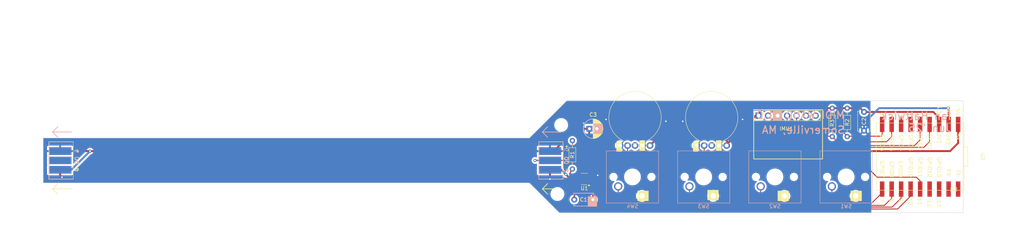
<source format=kicad_pcb>
(kicad_pcb (version 20240108) (generator "pcbnew") (generator_version "8.0")
  (layers (0 "F.Cu" signal) (31 "B.Cu" signal) (34 "B.Paste" user) (35 "F.Paste" user) (36 "B.SilkS" user "B.Silkscreen") (37 "F.SilkS" user "F.Silkscreen") (38 "B.Mask" user) (39 "F.Mask" user) (44 "Edge.Cuts" user))
  (net 0 "")
  (net 1 "/A1")
  (net 2 "+3.3V")
  (net 3 "GND")
  (net 4 "/A2")
  (net 5 "/A3")
  (net 6 "/A6")
  (net 7 "/A0")
  (net 8 "/A8")
  (net 9 "/SCL")
  (net 10 "/SDA")
  (net 11 "/A7")
  (net 12 "/A9")
  (net 13 "/D0")
  (net 17 "+5V")
  (net 18 "Net-(D1-DO)")
  (net 21 "Net-(R1-Pad1)")
  (footprint "ih_kicad:potentiometer_wheel_10mm_SMD-shield" (layer "F.Cu") (at 212.75 88.5 90)
    (property "Reference" "RV2" (hide yes))
    (property "Value" "10k")
    (pad "1" thru_hole circle (at -7.5 4 90) (size 1.8 1.8) (drill 1) (layers "*.Cu" "*.Mask") (net 2 "+3.3V"))
    (pad "2" thru_hole circle (at -7.5 2 90) (size 1.8 1.8) (drill 1) (layers "*.Cu" "*.Mask") (net 3 "GND"))
    (pad "3" thru_hole circle (at -7.5 0 90) (size 1.8 1.8) (drill 1) (layers "*.Cu" "*.Mask"))
    (pad "4" thru_hole circle (at -7.5 -2 90) (size 1.8 1.8) (drill 1) (layers "*.Cu" "*.Mask") (net 1 "/A1"))
    (pad "5" thru_hole circle (at -7.5 -4 90) (size 1.8 1.8) (drill 1) (layers "*.Cu" "*.Mask") (net 3 "GND"))
    (pad "6" smd rect (at 2.5 -7.35 90) (size 2.6 5) (layers "F.Cu" "F.Paste" "F.Mask") (net 3 "GND"))
    (pad "6" smd rect (at 2.5 7.35 90) (size 2.6 5) (layers "F.Cu" "F.Paste" "F.Mask") (net 3 "GND"))
  )
  (footprint "Package_TO_SOT_SMD:TSOT-23-5_HandSoldering" (layer "F.Cu") (at 178.71 105 180)
    (property "Reference" "U1" (at 0 -2.45 0) (layer "F.SilkS"))
    (property "Value" "74AHCT1G125")
    (pad "1" smd roundrect (at -1.71 -0.95 180) (size 2 0.65) (layers "F.Cu" "F.Paste" "F.Mask") (net 3 "GND"))
    (pad "2" smd roundrect (at -1.71 0 180) (size 2 0.65) (layers "F.Cu" "F.Paste" "F.Mask") (net 13 "/D0"))
    (pad "3" smd roundrect (at -1.71 0.95 180) (size 2 0.65) (layers "F.Cu" "F.Paste" "F.Mask") (net 3 "GND"))
    (pad "4" smd roundrect (at 1.71 0.95 180) (size 2 0.65) (layers "F.Cu" "F.Paste" "F.Mask") (net 21 "Net-(R1-Pad1)"))
    (pad "5" smd roundrect (at 1.71 -0.95 180) (size 2 0.65) (layers "F.Cu" "F.Paste" "F.Mask") (net 17 "+5V"))
  )
  (footprint "ih_kicad:WS2812_PADS" (layer "F.Cu") (at 170 100 90)
    (property "Reference" "D1" (hide yes))
    (property "Value" "~")
    (fp_text user "+" (at 3 4.5 90) (layer "F.SilkS") (effects (justify left bottom)))
    (fp_text user "G" (at -3.5 4.541299 90) (layer "F.SilkS") (effects (justify left bottom)))
    (fp_text user "DO" (at -1.118063 4.5 90) (layer "F.SilkS") (effects (justify left bottom)))
    (pad "1" smd rect (at -2.5 -0.5 90) (size 2 6) (layers "F.Cu" "F.Paste" "F.Mask") (net 3 "GND"))
    (pad "2" smd rect (at 0 -0.5 90) (size 2 6) (layers "F.Cu" "F.Paste" "F.Mask") (net 18 "Net-(D1-DO)"))
    (pad "3" smd rect (at 2.5 -0.5 90) (size 2 6) (layers "F.Cu" "F.Paste" "F.Mask") (net 17 "+5V"))
  )
  (footprint "MountingHole:MountingHole_3.2mm_M3" (layer "F.Cu") (at 172.5 90.5)
    (property "Reference" "H4" (hide yes))
    (property "Value" "MountingHole")
    (pad "" np_thru_hole circle (at 0 0) (size 3.2 3.2) (drill 3.2) (layers "*.Cu" "*.Mask"))
  )
  (footprint "Connector_PinHeader_2.54mm:PinHeader_1x07_P2.54mm_Vertical" (layer "F.Cu") (at 225.3 88 90)
    (property "Reference" "IMU1" (at -3.5 7.41 180) (layer "F.SilkS"))
    (property "Value" "Conn_01x07_Pin" (hide yes))
    (pad "1" thru_hole rect (at 0 0 90) (size 1.7 1.7) (drill 1) (layers "*.Cu" "*.Mask") (net 2 "+3.3V"))
    (pad "2" thru_hole oval (at 0 2.54 90) (size 1.7 1.7) (drill 1) (layers "*.Cu" "*.Mask"))
    (pad "3" thru_hole oval (at 0 5.08 90) (size 1.7 1.7) (drill 1) (layers "*.Cu" "*.Mask") (net 3 "GND"))
    (pad "4" thru_hole oval (at 0 7.62 90) (size 1.7 1.7) (drill 1) (layers "*.Cu" "*.Mask") (net 9 "/SCL"))
    (pad "5" thru_hole oval (at 0 10.16 90) (size 1.7 1.7) (drill 1) (layers "*.Cu" "*.Mask") (net 10 "/SDA"))
    (pad "6" thru_hole oval (at 0 12.7 90) (size 1.7 1.7) (drill 1) (layers "*.Cu" "*.Mask"))
    (pad "7" thru_hole oval (at 0 15.24 90) (size 1.7 1.7) (drill 1) (layers "*.Cu" "*.Mask"))
  )
  (footprint "Resistor_THT:R_Axial_DIN0204_L3.6mm_D1.6mm_P7.62mm_Horizontal" (layer "F.Cu") (at 245 86 -90)
    (property "Reference" "R3" (at 4 0 90) (layer "F.SilkS"))
    (property "Value" "R")
    (pad "1" thru_hole circle (at 0 0 270) (size 1.4 1.4) (drill 0.7) (layers "*.Cu" "*.Mask") (net 2 "+3.3V"))
    (pad "2" thru_hole oval (at 7.62 0 270) (size 1.4 1.4) (drill 0.7) (layers "*.Cu" "*.Mask") (net 9 "/SCL"))
  )
  (footprint "ih_kicad:Wifiduino-ESP32S3-SMD" (layer "F.Cu") (at 268.5 99 -90)
    (property "Reference" "U2" (at 0 -16.74 -90) (layer "F.SilkS"))
    (property "Value" "~")
    (fp_text user "TX" (at 5.309999 -10.16 -90) (layer "F.SilkS") (effects (justify right)))
    (fp_text user "5V" (at -6.35 -10.16 -90) (layer "F.SilkS") (effects (justify left)))
    (fp_text user "GPIO2" (at -6.35 0 -90) (layer "F.SilkS") (effects (justify left)))
    (fp_text user "RX" (at 5.309999 -7.62 -90) (layer "F.SilkS") (effects (justify right)))
    (fp_text user "GND" (at -6.35 -7.62 90) (layer "F.SilkS") (effects (justify right)))
    (fp_text user "GPIO9" (at 1 5.309999 -90) (layer "F.SilkS") (effects (justify left)))
    (fp_text user "GPIO7" (at 1 10.16 -90) (layer "F.SilkS") (effects (justify left)))
    (fp_text user "GPIO11" (at 0 0 -90) (layer "F.SilkS") (effects (justify left)))
    (fp_text user "GPIO8" (at 1 7.62 -90) (layer "F.SilkS") (effects (justify left)))
    (fp_text user "GPIO10" (at 0 2.54 -90) (layer "F.SilkS") (effects (justify left)))
    (fp_text user "GPIO4" (at -6.120001 5.08 -90) (layer "F.SilkS") (effects (justify left)))
    (fp_text user "GPIO3" (at -6.120001 2.54 -90) (layer "F.SilkS") (effects (justify left)))
    (fp_text user "3V3" (at -6.35 -5.08 -90) (layer "F.SilkS") (effects (justify left)))
    (fp_text user "GPIO13" (at 0 -5.08 -90) (layer "F.SilkS") (effects (justify left)))
    (fp_text user "GPIO5" (at -6.120001 7.62 -90) (layer "F.SilkS") (effects (justify left)))
    (fp_text user "GPIO1" (at -6.35 -2.54 -90) (layer "F.SilkS") (effects (justify left)))
    (fp_text user "GPIO12" (at 0 -2.54 -90) (layer "F.SilkS") (effects (justify left)))
    (fp_text user "GPIO6" (at -6.120001 10.16 -90) (layer "F.SilkS") (effects (justify left)))
    (pad "1" smd custom (at -7.62 -10.16 180) (size 1.2 2) (layers "F.Cu" "F.Paste" "F.Mask") (net 17 "+5V") (options (clearance outline) (anchor rect)) (primitives (gr_poly (pts (xy -0.5 3) (xy -0.5 -0.5) (xy 0.5 -0.5) (xy 0.5 3)) (width 0.2) (fill yes))))
    (pad "2" smd custom (at -7.62 -7.62 180) (size 1.2 2) (layers "F.Cu" "F.Paste" "F.Mask") (net 3 "GND") (options (clearance outline) (anchor rect)) (primitives (gr_poly (pts (xy -0.5 3) (xy -0.5 -0.5) (xy 0.5 -0.5) (xy 0.5 3)) (width 0.2) (fill yes))))
    (pad "3" smd custom (at -7.62 -5.08 180) (size 1.2 2) (layers "F.Cu" "F.Paste" "F.Mask") (net 2 "+3.3V") (options (clearance outline) (anchor rect)) (primitives (gr_poly (pts (xy -0.5 3) (xy -0.5 -0.5) (xy 0.5 -0.5) (xy 0.5 3)) (width 0.2) (fill yes))))
    (pad "4" smd custom (at -7.62 -2.54 180) (size 1.2 2) (layers "F.Cu" "F.Paste" "F.Mask") (net 7 "/A0") (options (clearance outline) (anchor rect)) (primitives (gr_poly (pts (xy -0.5 3) (xy -0.5 -0.5) (xy 0.5 -0.5) (xy 0.5 3)) (width 0.2) (fill yes))))
    (pad "5" smd custom (at -7.62 0 180) (size 1.2 2) (layers "F.Cu" "F.Paste" "F.Mask") (net 1 "/A1") (options (clearance outline) (anchor rect)) (primitives (gr_poly (pts (xy -0.5 3) (xy -0.5 -0.5) (xy 0.5 -0.5) (xy 0.5 3)) (width 0.2) (fill yes))))
    (pad "6" smd custom (at -7.62 2.54 180) (size 1.2 2) (layers "F.Cu" "F.Paste" "F.Mask") (net 4 "/A2") (options (clearance outline) (anchor rect)) (primitives (gr_poly (pts (xy -0.5 3) (xy -0.5 -0.5) (xy 0.5 -0.5) (xy 0.5 3)) (width 0.2) (fill yes))))
    (pad "7" smd custom (at -7.62 5.08 180) (size 1.2 2) (layers "F.Cu" "F.Paste" "F.Mask") (net 5 "/A3") (options (clearance outline) (anchor rect)) (primitives (gr_poly (pts (xy -0.5 3) (xy -0.5 -0.5) (xy 0.5 -0.5) (xy 0.5 3)) (width 0.2) (fill yes))))
    (pad "8" smd custom (at -7.62 7.62 180) (size 1.2 2) (layers "F.Cu" "F.Paste" "F.Mask") (net 9 "/SCL") (options (clearance outline) (anchor rect)) (primitives (gr_poly (pts (xy -0.5 3) (xy -0.5 -0.5) (xy 0.5 -0.5) (xy 0.5 3)) (width 0.2) (fill yes))))
    (pad "9" smd custom (at -7.62 10.16 180) (size 1.2 2) (layers "F.Cu" "F.Paste" "F.Mask") (net 10 "/SDA") (options (clearance outline) (anchor rect)) (primitives (gr_poly (pts (xy -0.5 3) (xy -0.5 -0.5) (xy 0.5 -0.5) (xy 0.5 3)) (width 0.2) (fill yes))))
    (pad "10" smd custom (at 7.62 10.16) (size 1.2 2) (layers "F.Cu" "F.Paste" "F.Mask") (net 6 "/A6") (options (clearance outline) (anchor rect)) (primitives (gr_poly (pts (xy -0.5 3) (xy -0.5 -0.5) (xy 0.5 -0.5) (xy 0.5 3)) (width 0.2) (fill yes))))
    (pad "11" smd custom (at 7.62 7.62) (size 1.2 2) (layers "F.Cu" "F.Paste" "F.Mask") (net 11 "/A7") (options (clearance outline) (anchor rect)) (primitives (gr_poly (pts (xy -0.5 3) (xy -0.5 -0.5) (xy 0.5 -0.5) (xy 0.5 3)) (width 0.2) (fill yes))))
    (pad "12" smd custom (at 7.62 5.08) (size 1.2 2) (layers "F.Cu" "F.Paste" "F.Mask") (net 8 "/A8") (options (clearance outline) (anchor rect)) (primitives (gr_poly (pts (xy -0.5 3) (xy -0.5 -0.5) (xy 0.5 -0.5) (xy 0.5 3)) (width 0.2) (fill yes))))
    (pad "13" smd custom (at 7.62 2.54) (size 1.2 2) (layers "F.Cu" "F.Paste" "F.Mask") (net 12 "/A9") (options (clearance outline) (anchor rect)) (primitives (gr_poly (pts (xy -0.5 3) (xy -0.5 -0.5) (xy 0.5 -0.5) (xy 0.5 3)) (width 0.2) (fill yes))))
    (pad "14" smd custom (at 7.62 0) (size 1.2 2) (layers "F.Cu" "F.Paste" "F.Mask") (net 13 "/D0") (options (clearance outline) (anchor rect)) (primitives (gr_poly (pts (xy -0.5 3) (xy -0.5 -0.5) (xy 0.5 -0.5) (xy 0.5 3)) (width 0.2) (fill yes))))
    (pad "15" smd custom (at 7.62 -2.54) (size 1.2 2) (layers "F.Cu" "F.Paste" "F.Mask") (options (clearance outline) (anchor rect)) (primitives (gr_poly (pts (xy -0.5 3) (xy -0.5 -0.5) (xy 0.5 -0.5) (xy 0.5 3)) (width 0.2) (fill yes))))
    (pad "16" smd custom (at 7.62 -5.08) (size 1.2 2) (layers "F.Cu" "F.Paste" "F.Mask") (options (clearance outline) (anchor rect)) (primitives (gr_poly (pts (xy -0.5 3) (xy -0.5 -0.5) (xy 0.5 -0.5) (xy 0.5 3)) (width 0.2) (fill yes))))
    (pad "17" smd custom (at 7.62 -7.62) (size 1.2 2) (layers "F.Cu" "F.Paste" "F.Mask") (options (clearance outline) (anchor rect)) (primitives (gr_poly (pts (xy -0.5 3) (xy -0.5 -0.5) (xy 0.5 -0.5) (xy 0.5 3)) (width 0.2) (fill yes))))
    (pad "18" smd custom (at 7.62 -10.16) (size 1.2 2) (layers "F.Cu" "F.Paste" "F.Mask") (options (clearance outline) (anchor rect)) (primitives (gr_poly (pts (xy -0.5 3) (xy -0.5 -0.5) (xy 0.5 -0.5) (xy 0.5 3)) (width 0.2) (fill yes))))
  )
  (footprint "Resistor_THT:R_Axial_DIN0204_L3.6mm_D1.6mm_P7.62mm_Horizontal" (layer "F.Cu") (at 175.5 102.31 90)
    (property "Reference" "R1" (at 3.81 0 90) (layer "F.SilkS"))
    (property "Value" "220R")
    (pad "1" thru_hole circle (at 0 0 90) (size 1.4 1.4) (drill 0.7) (layers "*.Cu" "*.Mask") (net 21 "Net-(R1-Pad1)"))
    (pad "2" thru_hole oval (at 7.62 0 90) (size 1.4 1.4) (drill 0.7) (layers "*.Cu" "*.Mask") (net 18 "Net-(D1-DO)"))
  )
  (footprint "Capacitor_THT:C_Disc_D5.1mm_W3.2mm_P5.00mm" (layer "F.Cu") (at 253.5 92 90)
    (property "Reference" "C2" (at 2.5 0 90) (layer "F.SilkS"))
    (property "Value" "0.1uF")
    (pad "1" thru_hole circle (at 0 0 90) (size 1.6 1.6) (drill 0.8) (layers "*.Cu" "*.Mask") (net 3 "GND"))
    (pad "2" thru_hole circle (at 5 0 90) (size 1.6 1.6) (drill 0.8) (layers "*.Cu" "*.Mask") (net 2 "+3.3V"))
  )
  (footprint "ih_kicad:potentiometer_wheel_10mm_SMD-shield" (layer "F.Cu") (at 192.25 88.5 90)
    (property "Reference" "RV1" (hide yes))
    (property "Value" "10k")
    (pad "1" thru_hole circle (at -7.5 4 90) (size 1.8 1.8) (drill 1) (layers "*.Cu" "*.Mask") (net 2 "+3.3V"))
    (pad "2" thru_hole circle (at -7.5 2 90) (size 1.8 1.8) (drill 1) (layers "*.Cu" "*.Mask") (net 3 "GND"))
    (pad "3" thru_hole circle (at -7.5 0 90) (size 1.8 1.8) (drill 1) (layers "*.Cu" "*.Mask"))
    (pad "4" thru_hole circle (at -7.5 -2 90) (size 1.8 1.8) (drill 1) (layers "*.Cu" "*.Mask") (net 7 "/A0"))
    (pad "5" thru_hole circle (at -7.5 -4 90) (size 1.8 1.8) (drill 1) (layers "*.Cu" "*.Mask") (net 3 "GND"))
    (pad "6" smd rect (at 2.5 -7.35 90) (size 2.6 5) (layers "F.Cu" "F.Paste" "F.Mask") (net 3 "GND"))
    (pad "6" smd rect (at 2.5 7.35 90) (size 2.6 5) (layers "F.Cu" "F.Paste" "F.Mask") (net 3 "GND"))
  )
  (footprint "Resistor_THT:R_Axial_DIN0204_L3.6mm_D1.6mm_P7.62mm_Horizontal" (layer "F.Cu") (at 249 86 -90)
    (property "Reference" "R2" (at 3.81 0 90) (layer "F.SilkS"))
    (property "Value" "R")
    (pad "1" thru_hole circle (at 0 0 270) (size 1.4 1.4) (drill 0.7) (layers "*.Cu" "*.Mask") (net 2 "+3.3V"))
    (pad "2" thru_hole oval (at 7.62 0 270) (size 1.4 1.4) (drill 0.7) (layers "*.Cu" "*.Mask") (net 10 "/SDA"))
  )
  (footprint "ih_kicad:WS2812_PADS" (layer "F.Cu") (at 39 100 90)
    (property "Reference" "D2" (hide yes))
    (property "Value" "~")
    (fp_text user "DO" (at -1.118063 4.603572 90) (layer "F.SilkS") (effects (justify left bottom)))
    (fp_text user "G" (at -3.110784 4.541299 90) (layer "F.SilkS") (effects (justify left bottom)))
    (fp_text user "+" (at 1.799098 4.623512 90) (layer "F.SilkS") (effects (justify left bottom)))
    (pad "1" smd rect (at -2.5 -0.5 90) (size 2 6) (layers "F.Cu" "F.Paste" "F.Mask") (net 3 "GND"))
    (pad "2" smd rect (at 0 -0.5 90) (size 2 6) (layers "F.Cu" "F.Paste" "F.Mask"))
    (pad "3" smd rect (at 2.5 -0.5 90) (size 2 6) (layers "F.Cu" "F.Paste" "F.Mask") (net 17 "+5V"))
  )
  (footprint "Capacitor_THT:CP_Radial_D5.0mm_P2.00mm" (layer "F.Cu") (at 180.044888 91.5)
    (property "Reference" "C3" (at 1 -3.75 0) (layer "F.SilkS"))
    (property "Value" "100uF")
    (pad "1" thru_hole rect (at 0 0) (size 1.6 1.6) (drill 0.8) (layers "*.Cu" "*.Mask") (net 17 "+5V"))
    (pad "2" thru_hole circle (at 2 0) (size 1.6 1.6) (drill 0.8) (layers "*.Cu" "*.Mask") (net 3 "GND"))
  )
  (footprint "MountingHole:MountingHole_3.2mm_M3" (layer "F.Cu") (at 277.5 112)
    (property "Reference" "H2" (at 0 -4.2 0) (layer "F.SilkS"))
    (property "Value" "MountingHole")
    (pad "" np_thru_hole circle (at 0 0) (size 3.2 3.2) (drill 3.2) (layers "*.Cu" "*.Mask"))
  )
  (footprint "Capacitor_THT:C_Disc_D5.1mm_W3.2mm_P5.00mm" (layer "F.Cu") (at 176 110.5)
    (property "Reference" "C1" (at 2.5 0 0) (layer "F.SilkS"))
    (property "Value" "0.1uF")
    (pad "1" thru_hole circle (at 0 0) (size 1.6 1.6) (drill 0.8) (layers "*.Cu" "*.Mask") (net 17 "+5V"))
    (pad "2" thru_hole circle (at 5 0) (size 1.6 1.6) (drill 0.8) (layers "*.Cu" "*.Mask") (net 3 "GND"))
  )
  (footprint "MountingHole:MountingHole_3.2mm_M3" (layer "F.Cu") (at 171.5 109)
    (property "Reference" "H1" (hide yes))
    (property "Value" "MountingHole")
    (pad "" np_thru_hole circle (at 0 0) (size 3.2 3.2) (drill 3.2) (layers "*.Cu" "*.Mask"))
  )
  (footprint "ih_kicad:WS2812_PADS" (layer "B.Cu") (at 39 100 -90)
    (property "Reference" "D4" (hide yes))
    (property "Value" "~")
    (fp_text user "G" (at -3.110784 -4.541299 90) (layer "B.SilkS") (effects (justify left bottom mirror)))
    (fp_text user "DO" (at -1.118063 -4.603572 90) (layer "B.SilkS") (effects (justify left bottom mirror)))
    (fp_text user "+" (at 1.799098 -4.623512 90) (layer "B.SilkS") (effects (justify left bottom mirror)))
    (pad "1" smd rect (at -2.5 0.5 270) (size 2 6) (layers "B.Cu" "B.Paste" "B.Mask") (net 3 "GND"))
    (pad "2" smd rect (at 0 0.5 270) (size 2 6) (layers "B.Cu" "B.Paste" "B.Mask"))
    (pad "3" smd rect (at 2.5 0.5 270) (size 2 6) (layers "B.Cu" "B.Paste" "B.Mask") (net 17 "+5V"))
  )
  (footprint "ih_kicad:WS2812_PADS" (layer "B.Cu") (at 170 100 -90)
    (property "Reference" "D3" (hide yes))
    (property "Value" "~")
    (fp_text user "G" (at -3.5 -4.541299 90) (layer "B.SilkS") (effects (justify left bottom mirror)))
    (fp_text user "+" (at 1.799098 -4.623512 90) (layer "B.SilkS") (effects (justify left bottom mirror)))
    (fp_text user "DO" (at -1.118063 -4.603572 90) (layer "B.SilkS") (effects (justify left bottom mirror)))
    (pad "1" smd rect (at -2.5 0.5 270) (size 2 6) (layers "B.Cu" "B.Paste" "B.Mask") (net 3 "GND"))
    (pad "2" smd rect (at 0 0.5 270) (size 2 6) (layers "B.Cu" "B.Paste" "B.Mask") (net 18 "Net-(D1-DO)"))
    (pad "3" smd rect (at 2.5 0.5 270) (size 2 6) (layers "B.Cu" "B.Paste" "B.Mask") (net 17 "+5V"))
  )
  (footprint "Button_Switch_Keyboard:SW_Cherry_MX_1.00u_PCB" (layer "B.Cu") (at 232.2 109.5)
    (property "Reference" "SW2" (at -2.54 2.794 0) (layer "B.SilkS") (effects (justify mirror)))
    (property "Value" "SW_SPST")
    (pad "" np_thru_hole circle (at -7.62 -5.08) (size 1.7 1.7) (drill 1.7) (layers "*.Cu" "*.Mask"))
    (pad "" np_thru_hole circle (at -2.54 -5.08) (size 4 4) (drill 4) (layers "*.Cu" "*.Mask"))
    (pad "" np_thru_hole circle (at 2.54 -5.08) (size 1.7 1.7) (drill 1.7) (layers "*.Cu" "*.Mask"))
    (pad "1" thru_hole circle (at 0 0) (size 2.2 2.2) (drill 1.5) (layers "*.Cu" "*.Mask") (net 3 "GND"))
    (pad "2" thru_hole circle (at -6.35 -2.54) (size 2.2 2.2) (drill 1.5) (layers "*.Cu" "*.Mask") (net 11 "/A7"))
  )
  (footprint "Button_Switch_Keyboard:SW_Cherry_MX_1.00u_PCB" (layer "B.Cu") (at 213.15 109.5)
    (property "Reference" "SW3" (at -2.54 2.794 0) (layer "B.SilkS") (effects (justify mirror)))
    (property "Value" "SW_SPST")
    (pad "" np_thru_hole circle (at -7.62 -5.08) (size 1.7 1.7) (drill 1.7) (layers "*.Cu" "*.Mask"))
    (pad "" np_thru_hole circle (at -2.54 -5.08) (size 4 4) (drill 4) (layers "*.Cu" "*.Mask"))
    (pad "" np_thru_hole circle (at 2.54 -5.08) (size 1.7 1.7) (drill 1.7) (layers "*.Cu" "*.Mask"))
    (pad "1" thru_hole circle (at 0 0) (size 2.2 2.2) (drill 1.5) (layers "*.Cu" "*.Mask") (net 3 "GND"))
    (pad "2" thru_hole circle (at -6.35 -2.54) (size 2.2 2.2) (drill 1.5) (layers "*.Cu" "*.Mask") (net 8 "/A8"))
  )
  (footprint "Button_Switch_Keyboard:SW_Cherry_MX_1.00u_PCB" (layer "B.Cu") (at 194.1 109.5)
    (property "Reference" "SW4" (at -2.54 2.794 0) (layer "B.SilkS") (effects (justify mirror)))
    (property "Value" "SW_SPST")
    (pad "" np_thru_hole circle (at -7.62 -5.08) (size 1.7 1.7) (drill 1.7) (layers "*.Cu" "*.Mask"))
    (pad "" np_thru_hole circle (at -2.54 -5.08) (size 4 4) (drill 4) (layers "*.Cu" "*.Mask"))
    (pad "" np_thru_hole circle (at 2.54 -5.08) (size 1.7 1.7) (drill 1.7) (layers "*.Cu" "*.Mask"))
    (pad "1" thru_hole circle (at 0 0) (size 2.2 2.2) (drill 1.5) (layers "*.Cu" "*.Mask") (net 3 "GND"))
    (pad "2" thru_hole circle (at -6.35 -2.54) (size 2.2 2.2) (drill 1.5) (layers "*.Cu" "*.Mask") (net 12 "/A9"))
  )
  (footprint "Button_Switch_Keyboard:SW_Cherry_MX_1.00u_PCB" (layer "B.Cu") (at 251.25 109.5)
    (property "Reference" "SW1" (at -2.54 2.794 0) (layer "B.SilkS") (effects (justify mirror)))
    (property "Value" "SW_SPST")
    (pad "" np_thru_hole circle (at -7.62 -5.08) (size 1.7 1.7) (drill 1.7) (layers "*.Cu" "*.Mask"))
    (pad "" np_thru_hole circle (at -2.54 -5.08) (size 4 4) (drill 4) (layers "*.Cu" "*.Mask"))
    (pad "" np_thru_hole circle (at 2.54 -5.08) (size 1.7 1.7) (drill 1.7) (layers "*.Cu" "*.Mask"))
    (pad "1" thru_hole circle (at 0 0) (size 2.2 2.2) (drill 1.5) (layers "*.Cu" "*.Mask") (net 3 "GND"))
    (pad "2" thru_hole circle (at -6.35 -2.54) (size 2.2 2.2) (drill 1.5) (layers "*.Cu" "*.Mask") (net 6 "/A6"))
  )
  (gr_rect (start 179.706 109.73) (end 182 112.27) (stroke (width 0.2)) (fill solid) (layer "B.SilkS"))
  (gr_rect (start 229.206 86.73) (end 231.5 89.27) (stroke (width 0.2)) (fill solid) (layer "B.SilkS"))
  (gr_rect (start 181.206 90.23) (end 183.5 92.77) (stroke (width 0.2)) (fill solid) (layer "B.SilkS"))
  (gr_rect (start 187.353 95) (end 188.647 97.54) (stroke (width 0.2)) (fill solid) (layer "F.SilkS"))
  (gr_rect (start 207.853 95) (end 209.147 97.54) (stroke (width 0.2)) (fill solid) (layer "F.SilkS"))
  (gr_rect (start 224 86.4) (end 242.4 99.6) (stroke (width 0.2)) (fill none) (layer "F.SilkS"))
  (gr_rect (start 211.706 108) (end 214.5 110.54) (stroke (width 0.2)) (fill solid) (layer "F.SilkS"))
  (gr_rect (start 193.5 94.73) (end 194.794 97.27) (stroke (width 0.2)) (fill solid) (layer "F.SilkS"))
  (gr_rect (start 230.5 108.23) (end 233.294 110.77) (stroke (width 0.2)) (fill solid) (layer "F.SilkS"))
  (gr_rect (start 214 94.73) (end 215.294 97.27) (stroke (width 0.2)) (fill solid) (layer "F.SilkS"))
  (gr_rect (start 250 108.23) (end 252.794 110.77) (stroke (width 0.2)) (fill solid) (layer "F.SilkS"))
  (gr_rect (start 193 108.23) (end 195.794 110.77) (stroke (width 0.2)) (fill solid) (layer "F.SilkS"))
  (gr_line (start 174 84) (end 280 84) (stroke (width 0.1)) (layer "Edge.Cuts"))
  (gr_line (start 164 94) (end 34 94) (stroke (width 0.1)) (layer "Edge.Cuts"))
  (gr_line (start 280 114) (end 172 114) (stroke (width 0.1)) (layer "Edge.Cuts"))
  (gr_line (start 280 84) (end 280 114) (stroke (width 0.1)) (layer "Edge.Cuts"))
  (gr_line (start 172 114) (end 164 106) (stroke (width 0.1)) (layer "Edge.Cuts"))
  (gr_line (start 34 94) (end 34 106) (stroke (width 0.1)) (layer "Edge.Cuts"))
  (gr_line (start 174 84) (end 164 94) (stroke (width 0.1)) (layer "Edge.Cuts"))
  (gr_line (start 34 106) (end 164 106) (stroke (width 0.1)) (layer "Edge.Cuts"))
  (gr_text "Ian Hattwick \nJun '25" (at 277 92.5 0) (layer "B.SilkS") (effects (font (size 2 2) (thickness 0.3) (bold yes)) (justify left bottom mirror)))
  (gr_text "Somerville, MA" (at 248.5 93 0) (layer "B.SilkS") (effects (font (size 2 2) (thickness 0.3) (bold yes)) (justify left bottom mirror)))
  (gr_text "MIDI WAND v1.0" (at 248.5 89 0) (layer "B.SilkS") (effects (font (size 2 2) (thickness 0.3) (bold yes)) (justify left bottom mirror)))
  (gr_text "2" (at 268.388 87.032 -90) (layer "F.SilkS") (effects (font (size 1 1)) (justify left bottom)))
  (gr_text "4" (at 263.308 87.032 -90) (layer "F.SilkS") (effects (font (size 1 1)) (justify left bottom)))
  (gr_text "3" (at 265.848 87.032 -90) (layer "F.SilkS") (effects (font (size 1 1)) (justify left bottom)))
  (gr_text "5V" (at 278.04 86 -90) (layer "F.SilkS") (effects (font (size 1 1)) (justify left bottom)))
  (gr_text "12" (at 270.38 110.5 -90) (layer "F.SilkS") (effects (font (size 1 1)) (justify left bottom)))
  (gr_text "11" (at 267.84 109.992 -90) (layer "F.SilkS") (effects (font (size 1 1)) (justify left bottom)))
  (gr_text "GND" (at 275.5 85 -90) (layer "F.SilkS") (effects (font (size 1 1)) (justify left bottom)))
  (gr_text "13" (at 272.92 110.5 -90) (layer "F.SilkS") (effects (font (size 1 1)) (justify left bottom)))
  (gr_text "3.3v" (at 272.96 85 -90) (layer "F.SilkS") (effects (font (size 1 1)) (justify left bottom)))
  (gr_text "1" (at 270.42 87.032 -90) (layer "F.SilkS") (effects (font (size 1 1)) (justify left bottom)))
  (gr_text "10" (at 265.3 109.992 -90) (layer "F.SilkS") (effects (font (size 1 1)) (justify left bottom)))
  (gr_text "9" (at 262.76 109.992 -90) (layer "F.SilkS") (effects (font (size 1 1)) (justify left bottom)))
  (gr_text "8" (at 260.22 109.992 -90) (layer "F.SilkS") (effects (font (size 1 1)) (justify left bottom)))
  (gr_text "6" (at 257.72 87.032 -90) (layer "F.SilkS") (effects (font (size 1 1)) (justify left bottom)))
  (gr_text "5" (at 260.768 87.032 -90) (layer "F.SilkS") (effects (font (size 1 1)) (justify left bottom)))
  (gr_text "7" (at 257.68 109.992 -90) (layer "F.SilkS") (effects (font (size 1 1)) (justify left bottom)))
  (segment (start 221.863604 98) (end 211 98) (width 0.25) (layer "F.Cu") (net 1))
  (segment (start 210.75 97.75) (end 210.75 96) (width 0.25) (layer "F.Cu") (net 1))
  (segment (start 268.5 91.38) (end 268.5 94.5) (width 0.25) (layer "F.Cu") (net 1))
  (segment (start 268.5 94.5) (end 267 96) (width 0.25) (layer "F.Cu") (net 1))
  (segment (start 223.863604 96) (end 221.863604 98) (width 0.25) (layer "F.Cu") (net 1))
  (segment (start 211 98) (end 210.75 97.75) (width 0.25) (layer "F.Cu") (net 1))
  (segment (start 267 96) (end 223.863604 96) (width 0.25) (layer "F.Cu") (net 1))
  (segment (start 225.3 87.2) (end 226.5 86) (width 0.5) (layer "F.Cu") (net 2))
  (segment (start 216.5 94.5) (end 217 95) (width 0.5) (layer "F.Cu") (net 2))
  (segment (start 217 96) (end 216.5 96) (width 0.5) (layer "F.Cu") (net 2))
  (segment (start 198.25 94) (end 203.5 94) (width 0.5) (layer "F.Cu") (net 2))
  (segment (start 273.58 91.38) (end 273.58 88.58) (width 0.5) (layer "F.Cu") (net 2))
  (segment (start 245 86) (end 249 86) (width 0.5) (layer "F.Cu") (net 2))
  (segment (start 196.25 96) (end 198.25 94) (width 0.5) (layer "F.Cu") (net 2))
  (segment (start 273.58 88.58) (end 272 87) (width 0.5) (layer "F.Cu") (net 2))
  (segment (start 225.3 88) (end 225.3 87.2) (width 0.5) (layer "F.Cu") (net 2))
  (segment (start 252.5 86) (end 253.5 87) (width 0.5) (layer "F.Cu") (net 2))
  (segment (start 216 94) (end 216.5 94.5) (width 0.5) (layer "F.Cu") (net 2))
  (segment (start 216.5 96) (end 224.5 88) (width 0.5) (layer "F.Cu") (net 2))
  (segment (start 253.5 87) (end 272 87) (width 0.5) (layer "F.Cu") (net 2))
  (segment (start 225 88) (end 225.5 88) (width 0.5) (layer "F.Cu") (net 2))
  (segment (start 224.5 88) (end 225 88) (width 0.5) (layer "F.Cu") (net 2))
  (segment (start 249 86) (end 252.5 86) (width 0.5) (layer "F.Cu") (net 2))
  (segment (start 217 95) (end 217 96) (width 0.5) (layer "F.Cu") (net 2))
  (segment (start 226.5 86) (end 245 86) (width 0.5) (layer "F.Cu") (net 2))
  (segment (start 203.5 94) (end 216 94) (width 0.5) (layer "F.Cu") (net 2))
  (segment (start 182.5 108) (end 182.5 106.5) (width 0.5) (layer "F.Cu") (net 3))
  (segment (start 182.212347 104.05) (end 182.275 103.987347) (width 0.5) (layer "F.Cu") (net 3))
  (segment (start 276.12 91.38) (end 276.12 86.12) (width 0.5) (layer "F.Cu") (net 3))
  (segment (start 182.5 106.5) (end 182 106) (width 0.5) (layer "F.Cu") (net 3))
  (segment (start 220.1 86) (end 220.1 88.1) (width 0.5) (layer "F.Cu") (net 3))
  (segment (start 38.5 102.5) (end 38.5 104) (width 0.5) (layer "F.Cu") (net 3))
  (segment (start 276.12 86.12) (end 276 86) (width 0.5) (layer "F.Cu") (net 3))
  (segment (start 199.6 86) (end 199.6 88.6) (width 0.5) (layer "F.Cu") (net 3))
  (segment (start 182 106) (end 180.5 106) (width 0.5) (layer "F.Cu") (net 3))
  (segment (start 180.42 104.05) (end 182.212347 104.05) (width 0.5) (layer "F.Cu") (net 3))
  (segment (start 181 110.5) (end 181 109.5) (width 0.5) (layer "F.Cu") (net 3))
  (segment (start 205.4 86) (end 205.4 89.1) (width 0.5) (layer "F.Cu") (net 3))
  (segment (start 38.5 104) (end 39 104.5) (width 0.5) (layer "F.Cu") (net 3))
  (segment (start 169.5 102.5) (end 169.5 105) (width 0.5) (layer "F.Cu") (net 3))
  (segment (start 184.9 88.6) (end 184.5 89) (width 0.5) (layer "F.Cu") (net 3))
  (segment (start 220.1 88.1) (end 221 89) (width 0.5) (layer "F.Cu") (net 3))
  (segment (start 199.6 88.6) (end 200.5 89.5) (width 0.5) (layer "F.Cu") (net 3))
  (segment (start 181 109.5) (end 182.5 108) (width 0.5) (layer "F.Cu") (net 3))
  (segment (start 205.4 89.1) (end 205 89.5) (width 0.5) (layer "F.Cu") (net 3))
  (segment (start 184.9 86) (end 184.9 88.6) (width 0.5) (layer "F.Cu") (net 3))
  (via (at 276 86) (size 0.8) (drill 0.4) (layers "F.Cu" "B.Cu") (net 3))
  (via (at 221 89) (size 0.8) (drill 0.4) (layers "F.Cu" "B.Cu") (net 3))
  (via (at 39 104.5) (size 0.8) (drill 0.4) (layers "F.Cu" "B.Cu") (net 3))
  (via (at 205 89.5) (size 0.8) (drill 0.4) (layers "F.Cu" "B.Cu") (net 3))
  (via (at 169.5 105) (size 0.8) (drill 0.4) (layers "F.Cu" "B.Cu") (net 3))
  (via (at 182.275 103.987347) (size 0.8) (drill 0.4) (layers "F.Cu" "B.Cu") (net 3))
  (via (at 200.5 89.5) (size 0.8) (drill 0.4) (layers "F.Cu" "B.Cu") (net 3))
  (via (at 184.5 89) (size 0.8) (drill 0.4) (layers "F.Cu" "B.Cu") (net 3))
  (segment (start 253.5 90) (end 253.5 92) (width 0.5) (layer "B.Cu") (net 3))
  (segment (start 276 86) (end 257.5 86) (width 0.5) (layer "B.Cu") (net 3))
  (segment (start 170 105.5) (end 170.5 105.5) (width 0.5) (layer "B.Cu") (net 3))
  (segment (start 169.5 105) (end 170 105.5) (width 0.5) (layer "B.Cu") (net 3))
  (segment (start 257.5 86) (end 253.5 90) (width 0.5) (layer "B.Cu") (net 3))
  (segment (start 255.5 111.5) (end 246 111.5) (width 0.25) (layer "F.Cu") (net 6))
  (segment (start 258.34 106.62) (end 258.34 108.66) (width 0.25) (layer "F.Cu") (net 6))
  (segment (start 258.34 108.66) (end 255.5 111.5) (width 0.25) (layer "F.Cu") (net 6))
  (segment (start 246 111.5) (end 244.9 110.4) (width 0.25) (layer "F.Cu") (net 6))
  (segment (start 244.9 110.4) (end 244.9 106.96) (width 0.25) (layer "F.Cu") (net 6))
  (segment (start 222 98.5) (end 191 98.5) (width 0.25) (layer "F.Cu") (net 7))
  (segment (start 260 96.5) (end 224 96.5) (width 0.25) (layer "F.Cu") (net 7))
  (segment (start 191 98.5) (end 190.25 97.75) (width 0.25) (layer "F.Cu") (net 7))
  (segment (start 269.5 96.5) (end 271 95) (width 0.25) (layer "F.Cu") (net 7))
  (segment (start 190.25 97.75) (end 190.25 96) (width 0.25) (layer "F.Cu") (net 7))
  (segment (start 224 96.5) (end 222 98.5) (width 0.25) (layer "F.Cu") (net 7))
  (segment (start 260 96.5) (end 269.5 96.5) (width 0.25) (layer "F.Cu") (net 7))
  (segment (start 271 95) (end 271 90.5) (width 0.25) (layer "F.Cu") (net 7))
  (segment (start 261 112.5) (end 209 112.5) (width 0.25) (layer "F.Cu") (net 8))
  (segment (start 263.42 106.62) (end 263.42 110.08) (width 0.25) (layer "F.Cu") (net 8))
  (segment (start 263.42 110.08) (end 261 112.5) (width 0.25) (layer "F.Cu") (net 8))
  (segment (start 209 112.5) (end 206.8 110.3) (width 0.25) (layer "F.Cu") (net 8))
  (segment (start 206.8 110.3) (end 206.8 106.96) (width 0.25) (layer "F.Cu") (net 8))
  (segment (start 232.92 91.92) (end 234.5 93.5) (width 0.25) (layer "F.Cu") (net 9))
  (segment (start 246.38 95) (end 245 93.62) (width 0.25) (layer "F.Cu") (net 9))
  (segment (start 260.88 91.38) (end 260.88 93.62) (width 0.25) (layer "F.Cu") (net 9))
  (segment (start 232.92 88) (end 232.92 91.92) (width 0.25) (layer "F.Cu") (net 9))
  (segment (start 234.5 93.5) (end 245 93.5) (width 0.25) (layer "F.Cu") (net 9))
  (segment (start 260.88 93.62) (end 259.5 95) (width 0.25) (layer "F.Cu") (net 9))
  (segment (start 259.5 95) (end 246.38 95) (width 0.25) (layer "F.Cu") (net 9))
  (segment (start 258 93.5) (end 249 93.5) (width 0.25) (layer "F.Cu") (net 10))
  (segment (start 258.34 93.16) (end 258 93.5) (width 0.25) (layer "F.Cu") (net 10))
  (segment (start 258.34 91.38) (end 258.34 93.16) (width 0.25) (layer "F.Cu") (net 10))
  (segment (start 236 92) (end 245.5 92) (width 0.25) (layer "F.Cu") (net 10))
  (segment (start 245.5 92) (end 247.5 92) (width 0.25) (layer "F.Cu") (net 10))
  (segment (start 247.5 92) (end 249 93.5) (width 0.25) (layer "F.Cu") (net 10))
  (segment (start 235.46 91.46) (end 236 92) (width 0.25) (layer "F.Cu") (net 10))
  (segment (start 235.46 88) (end 235.46 91.46) (width 0.25) (layer "F.Cu") (net 10))
  (segment (start 260.88 106.62) (end 260.88 110.12) (width 0.25) (layer "F.Cu") (net 11))
  (segment (start 226.5 112) (end 225.85 111.35) (width 0.25) (layer "F.Cu") (net 11))
  (segment (start 227.05 112.05) (end 227 112) (width 0.25) (layer "F.Cu") (net 11))
  (segment (start 225.85 111.35) (end 225.85 106.96) (width 0.25) (layer "F.Cu") (net 11))
  (segment (start 258.95 112.05) (end 227.05 112.05) (width 0.25) (layer "F.Cu") (net 11))
  (segment (start 260.88 110.12) (end 258.95 112.05) (width 0.25) (layer "F.Cu") (net 11))
  (segment (start 227 112) (end 226.5 112) (width 0.25) (layer "F.Cu") (net 11))
  (segment (start 201.5 113) (end 254 113) (width 0.25) (layer "F.Cu") (net 12))
  (segment (start 187.75 106.96) (end 187.75 108.75) (width 0.25) (layer "F.Cu") (net 12))
  (segment (start 262.5 113) (end 254 113) (width 0.25) (layer "F.Cu") (net 12))
  (segment (start 266 106.66) (end 266 109.5) (width 0.25) (layer "F.Cu") (net 12))
  (segment (start 192 113) (end 244.5 113) (width 0.25) (layer "F.Cu") (net 12))
  (segment (start 265.96 106.62) (end 266 106.66) (width 0.25) (layer "F.Cu") (net 12))
  (segment (start 187.75 108.75) (end 192 113) (width 0.25) (layer "F.Cu") (net 12))
  (segment (start 266 109.5) (end 262.5 113) (width 0.25) (layer "F.Cu") (net 12))
  (segment (start 244.5 113) (end 201.5 113) (width 0.25) (layer "F.Cu") (net 12))
  (segment (start 268.5 106.62) (end 268.5 105.5) (width 0.25) (layer "F.Cu") (net 13))
  (segment (start 268.5 105.5) (end 267.5 104.5) (width 0.25) (layer "F.Cu") (net 13))
  (segment (start 267.5 104.5) (end 257 104.5) (width 0.25) (layer "F.Cu") (net 13))
  (segment (start 184 101.5) (end 183 102.5) (width 0.25) (layer "F.Cu") (net 13))
  (segment (start 257 104.5) (end 255 102.5) (width 0.25) (layer "F.Cu") (net 13))
  (segment (start 254 101.5) (end 251 101.5) (width 0.25) (layer "F.Cu") (net 13))
  (segment (start 183 104.5) (end 182.5 105) (width 0.25) (layer "F.Cu") (net 13))
  (segment (start 251 101.5) (end 225.5 101.5) (width 0.25) (layer "F.Cu") (net 13))
  (segment (start 257 104.5) (end 254 101.5) (width 0.25) (layer "F.Cu") (net 13))
  (segment (start 182.5 105) (end 180.5 105) (width 0.25) (layer "F.Cu") (net 13))
  (segment (start 183 102.5) (end 183 104.5) (width 0.25) (layer "F.Cu") (net 13))
  (segment (start 225.5 101.5) (end 184 101.5) (width 0.25) (layer "F.Cu") (net 13))
  (segment (start 173.5 103.5) (end 173.5 101.5) (width 0.5) (layer "F.Cu") (net 17))
  (segment (start 47.5 97.5) (end 38.5 97.5) (width 0.5) (layer "F.Cu") (net 17))
  (segment (start 278.66 91.38) (end 278.66 95.34) (width 0.5) (layer "F.Cu") (net 17))
  (segment (start 46.5 97.5) (end 47.5 97.5) (width 0.5) (layer "F.Cu") (net 17))
  (segment (start 180 99.5) (end 180 91.5) (width 0.5) (layer "F.Cu") (net 17))
  (segment (start 175.5 99.5) (end 180 99.5) (width 0.5) (layer "F.Cu") (net 17))
  (segment (start 175.5 105.5) (end 173.75 103.75) (width 0.5) (layer "F.Cu") (net 17))
  (segment (start 173.75 103.75) (end 173.5 103.5) (width 0.5) (layer "F.Cu") (net 17))
  (segment (start 176 110.5) (end 176 106) (width 0.5) (layer "F.Cu") (net 17))
  (segment (start 278.66 95.34) (end 276.5 97.5) (width 0.5) (layer "F.Cu") (net 17))
  (segment (start 222.5 99.5) (end 180 99.5) (width 0.5) (layer "F.Cu") (net 17))
  (segment (start 276.5 97.5) (end 224.5 97.5) (width 0.5) (layer "F.Cu") (net 17))
  (segment (start 177 105.95) (end 175.95 105.95) (width 0.5) (layer "F.Cu") (net 17))
  (segment (start 170.5 97.5) (end 47.5 97.5) (width 0.5) (layer "F.Cu") (net 17))
  (segment (start 224.5 97.5) (end 222.5 99.5) (width 0.5) (layer "F.Cu") (net 17))
  (segment (start 176 106) (end 175.5 105.5) (width 0.5) (layer "F.Cu") (net 17))
  (segment (start 175.95 105.95) (end 175.5 105.5) (width 0.5) (layer "F.Cu") (net 17))
  (segment (start 173.5 101.5) (end 175.5 99.5) (width 0.5) (layer "F.Cu") (net 17))
  (segment (start 176.5 91.5) (end 170.5 97.5) (width 0.5) (layer "F.Cu") (net 17))
  (segment (start 180 91.5) (end 176.5 91.5) (width 0.5) (layer "F.Cu") (net 17))
  (via (at 46.5 97.5) (size 0.8) (drill 0.4) (layers "F.Cu" "B.Cu") (net 17))
  (via (at 173.75 103.75) (size 0.8) (drill 0.4) (layers "F.Cu" "B.Cu") (net 17))
  (segment (start 38.5 102.5) (end 41.5 102.5) (width 0.5) (layer "B.Cu") (net 17))
  (segment (start 169.5 102.5) (end 172.5 102.5) (width 0.5) (layer "B.Cu") (net 17))
  (segment (start 41.5 102.5) (end 45.5 98.5) (width 0.5) (layer "B.Cu") (net 17))
  (segment (start 45.5 98.5) (end 46.5 97.5) (width 0.5) (layer "B.Cu") (net 17))
  (segment (start 172.5 102.5) (end 173.75 103.75) (width 0.5) (layer "B.Cu") (net 17))
  (segment (start 174 100) (end 175.5 98.5) (width 0.25) (layer "F.Cu") (net 18))
  (segment (start 175.5 98.5) (end 175.5 95) (width 0.25) (layer "F.Cu") (net 18))
  (segment (start 175.5 95) (end 175.5 94.5) (width 0.25) (layer "F.Cu") (net 18))
  (segment (start 169.5 100) (end 165.5 100) (width 0.25) (layer "F.Cu") (net 18))
  (segment (start 169.5 100) (end 174 100) (width 0.25) (layer "F.Cu") (net 18))
  (via (at 165.5 100) (size 0.8) (drill 0.4) (layers "F.Cu" "B.Cu") (net 18))
  (segment (start 165.5 100) (end 169.5 100) (width 0.25) (layer "B.Cu") (net 18))
  (segment (start 175.5 104) (end 175 103.5) (width 0.25) (layer "F.Cu") (net 21))
  (segment (start 177 104.05) (end 175.55 104.05) (width 0.25) (layer "F.Cu") (net 21))
  (segment (start 175 103) (end 175.5 102.5) (width 0.25) (layer "F.Cu") (net 21))
  (segment (start 175.55 104.05) (end 175.5 104) (width 0.25) (layer "F.Cu") (net 21))
  (segment (start 175 103.5) (end 175 103) (width 0.25) (layer "F.Cu") (net 21))
  (zone (net 3) (net_name "GND") (layer "B.Cu") (connect_pads (clearance 0.5)) (min_thickness 0.25) (fill yes (thermal_gap 0.5) (thermal_bridge_width 0.5))
    (polygon (pts (xy 24 57) (xy 255 59) (xy 255.5 120) (xy 26 117.5)))
  )
)
</source>
